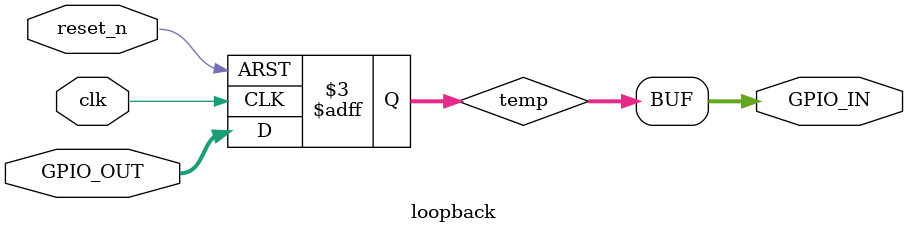
<source format=sv>
module loopback (
    input clk,
    input reset_n,
    input logic [16:0] GPIO_OUT,
    output logic [16:0] GPIO_IN
);
  logic [16:0] temp;

  always @(posedge clk or negedge reset_n) begin
    if (!reset_n) begin
      temp <= 'h0;
    end else begin
      temp <= GPIO_OUT;
    end
  end

  assign GPIO_IN = temp;

endmodule

</source>
